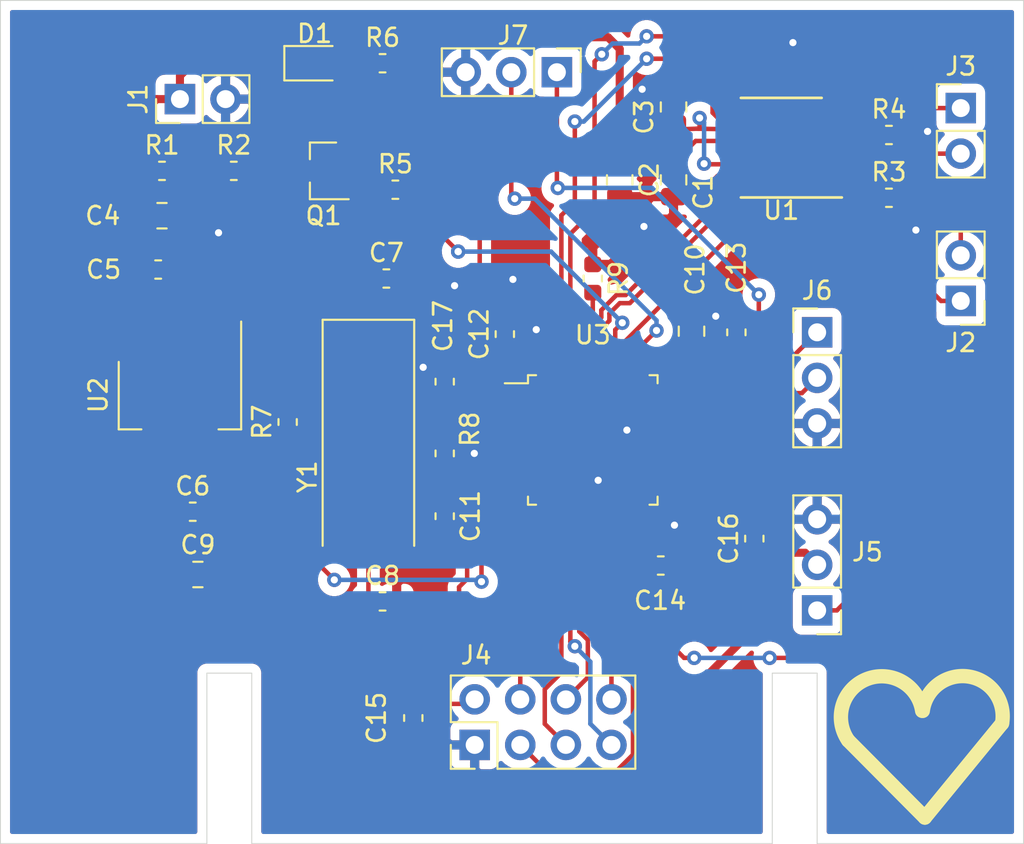
<source format=kicad_pcb>
(kicad_pcb (version 20171130) (host pcbnew 5.1.5-52549c5~84~ubuntu18.04.1)
  (layers (0 F.Cu signal) (31 B.Cu signal) (34 B.Paste user) (35 F.Paste user) (36 B.SilkS user) (37 F.SilkS user) (38 B.Mask user hide) (39 F.Mask user hide) (44 Edge.Cuts user))
  (net 0 "")
  (net 1 GND)
  (net 2 +BATT)
  (net 3 "Net-(C3-Pad1)")
  (net 4 +3V3)
  (net 5 "Net-(C7-Pad1)")
  (net 6 "Net-(C8-Pad1)")
  (net 7 "Net-(D1-Pad2)")
  (net 8 "Net-(J2-Pad2)")
  (net 9 "Net-(J2-Pad1)")
  (net 10 "Net-(J3-Pad2)")
  (net 11 "Net-(J3-Pad1)")
  (net 12 /IRQ)
  (net 13 /MISO)
  (net 14 /MOSI)
  (net 15 /SCK)
  (net 16 /CSN)
  (net 17 /CE)
  (net 18 "Net-(J5-Pad1)")
  (net 19 /UART_TX)
  (net 20 /UART_RX)
  (net 21 "Net-(J7-Pad2)")
  (net 22 "Net-(J7-Pad1)")
  (net 23 "Net-(Q1-Pad3)")
  (net 24 "Net-(Q1-Pad1)")
  (net 25 /BAT_ADC)
  (net 26 "Net-(R3-Pad1)")
  (net 27 "Net-(R4-Pad1)")
  (net 28 "Net-(R5-Pad2)")
  (net 29 "Net-(R6-Pad2)")
  (net 30 "Net-(U1-Pad16)")
  (net 31 "Net-(U1-Pad15)")
  (net 32 "Net-(U1-Pad10)")
  (net 33 "Net-(U1-Pad9)")
  (net 34 "Net-(C17-Pad1)")
  (net 35 "Net-(R9-Pad2)")
  (net 36 "Net-(U1-Pad8)")
  (net 37 "Net-(U1-Pad1)")
  (module Resistor_SMD:R_0603_1608Metric (layer F.Cu) (at 153 95.5 270)
    (fp_text reference R9 (at 0 -1.43 90) (layer F.SilkS))
    (fp_text value 10k)
    (pad 2 smd roundrect (at 0.7875 0 270) (size 0.875 0.95) (layers F.Cu F.Paste F.Mask) (net 35 "Net-(R9-Pad2)"))
    (pad 1 smd roundrect (at -0.7875 0 270) (size 0.875 0.95) (layers F.Cu F.Paste F.Mask) (net 1 GND))
  )
  (module Resistor_SMD:R_0603_1608Metric (layer F.Cu) (at 144.75 105.25 90)
    (fp_text reference R8 (at 1.35 1.4 90) (layer F.SilkS))
    (fp_text value 10k)
    (pad 2 smd roundrect (at 0.7875 0 90) (size 0.875 0.95) (layers F.Cu F.Paste F.Mask) (net 34 "Net-(C17-Pad1)"))
    (pad 1 smd roundrect (at -0.7875 0 90) (size 0.875 0.95) (layers F.Cu F.Paste F.Mask) (net 4 +3V3))
  )
  (module Capacitor_SMD:C_0603_1608Metric (layer F.Cu) (at 144.75 101.25 90)
    (fp_text reference C17 (at 3.1 -0.1 90) (layer F.SilkS))
    (fp_text value 100n)
    (pad 2 smd roundrect (at 0.7875 0 90) (size 0.875 0.95) (layers F.Cu F.Paste F.Mask) (net 1 GND))
    (pad 1 smd roundrect (at -0.7875 0 90) (size 0.875 0.95) (layers F.Cu F.Paste F.Mask) (net 34 "Net-(C17-Pad1)"))
  )
  (module Crystal:Crystal_SMD_HC49-SD (layer F.Cu) (at 140.5 104.5 270)
    (fp_text reference Y1 (at 2.05 3.4 90) (layer F.SilkS))
    (fp_text value 8M)
    (pad 2 smd rect (at 4.25 0 270) (size 4.5 2) (layers F.Cu F.Paste F.Mask) (net 6 "Net-(C8-Pad1)"))
    (pad 1 smd rect (at -4.25 0 270) (size 4.5 2) (layers F.Cu F.Paste F.Mask) (net 5 "Net-(C7-Pad1)"))
  )
  (module Package_QFP:LQFP-48_7x7mm_P0.5mm (layer F.Cu) (at 153 104.5)
    (fp_text reference U3 (at 0 -5.85) (layer F.SilkS))
    (fp_text value STM32F103C8Tx)
    (pad 48 smd roundrect (at -2.75 -4.1625) (size 0.3 1.475) (layers F.Cu F.Paste F.Mask) (net 4 +3V3))
    (pad 47 smd roundrect (at -2.25 -4.1625) (size 0.3 1.475) (layers F.Cu F.Paste F.Mask) (net 1 GND))
    (pad 46 smd roundrect (at -1.75 -4.1625) (size 0.3 1.475) (layers F.Cu F.Paste F.Mask) (net 32 "Net-(U1-Pad10)"))
    (pad 45 smd roundrect (at -1.25 -4.1625) (size 0.3 1.475) (layers F.Cu F.Paste F.Mask) (net 33 "Net-(U1-Pad9)"))
    (pad 44 smd roundrect (at -0.75 -4.1625) (size 0.3 1.475) (layers F.Cu F.Paste F.Mask) (net 35 "Net-(R9-Pad2)"))
    (pad 43 smd roundrect (at -0.25 -4.1625) (size 0.3 1.475) (layers F.Cu F.Paste F.Mask) (net 31 "Net-(U1-Pad15)"))
    (pad 42 smd roundrect (at 0.25 -4.1625) (size 0.3 1.475) (layers F.Cu F.Paste F.Mask) (net 30 "Net-(U1-Pad16)"))
    (pad 41 smd roundrect (at 0.75 -4.1625) (size 0.3 1.475) (layers F.Cu F.Paste F.Mask))
    (pad 40 smd roundrect (at 1.25 -4.1625) (size 0.3 1.475) (layers F.Cu F.Paste F.Mask) (net 28 "Net-(R5-Pad2)"))
    (pad 39 smd roundrect (at 1.75 -4.1625) (size 0.3 1.475) (layers F.Cu F.Paste F.Mask) (net 37 "Net-(U1-Pad1)"))
    (pad 38 smd roundrect (at 2.25 -4.1625) (size 0.3 1.475) (layers F.Cu F.Paste F.Mask))
    (pad 37 smd roundrect (at 2.75 -4.1625) (size 0.3 1.475) (layers F.Cu F.Paste F.Mask) (net 21 "Net-(J7-Pad2)"))
    (pad 36 smd roundrect (at 4.1625 -2.75) (size 1.475 0.3) (layers F.Cu F.Paste F.Mask) (net 4 +3V3))
    (pad 35 smd roundrect (at 4.1625 -2.25) (size 1.475 0.3) (layers F.Cu F.Paste F.Mask) (net 1 GND))
    (pad 34 smd roundrect (at 4.1625 -1.75) (size 1.475 0.3) (layers F.Cu F.Paste F.Mask) (net 22 "Net-(J7-Pad1)"))
    (pad 33 smd roundrect (at 4.1625 -1.25) (size 1.475 0.3) (layers F.Cu F.Paste F.Mask))
    (pad 32 smd roundrect (at 4.1625 -0.75) (size 1.475 0.3) (layers F.Cu F.Paste F.Mask))
    (pad 31 smd roundrect (at 4.1625 -0.25) (size 1.475 0.3) (layers F.Cu F.Paste F.Mask) (net 20 /UART_RX))
    (pad 30 smd roundrect (at 4.1625 0.25) (size 1.475 0.3) (layers F.Cu F.Paste F.Mask) (net 19 /UART_TX))
    (pad 29 smd roundrect (at 4.1625 0.75) (size 1.475 0.3) (layers F.Cu F.Paste F.Mask) (net 18 "Net-(J5-Pad1)"))
    (pad 28 smd roundrect (at 4.1625 1.25) (size 1.475 0.3) (layers F.Cu F.Paste F.Mask))
    (pad 27 smd roundrect (at 4.1625 1.75) (size 1.475 0.3) (layers F.Cu F.Paste F.Mask))
    (pad 26 smd roundrect (at 4.1625 2.25) (size 1.475 0.3) (layers F.Cu F.Paste F.Mask))
    (pad 25 smd roundrect (at 4.1625 2.75) (size 1.475 0.3) (layers F.Cu F.Paste F.Mask))
    (pad 24 smd roundrect (at 2.75 4.1625) (size 0.3 1.475) (layers F.Cu F.Paste F.Mask) (net 4 +3V3))
    (pad 23 smd roundrect (at 2.25 4.1625) (size 0.3 1.475) (layers F.Cu F.Paste F.Mask) (net 1 GND))
    (pad 22 smd roundrect (at 1.75 4.1625) (size 0.3 1.475) (layers F.Cu F.Paste F.Mask))
    (pad 21 smd roundrect (at 1.25 4.1625) (size 0.3 1.475) (layers F.Cu F.Paste F.Mask))
    (pad 20 smd roundrect (at 0.75 4.1625) (size 0.3 1.475) (layers F.Cu F.Paste F.Mask) (net 36 "Net-(U1-Pad8)"))
    (pad 19 smd roundrect (at 0.25 4.1625) (size 0.3 1.475) (layers F.Cu F.Paste F.Mask) (net 17 /CE))
    (pad 18 smd roundrect (at -0.25 4.1625) (size 0.3 1.475) (layers F.Cu F.Paste F.Mask) (net 12 /IRQ))
    (pad 17 smd roundrect (at -0.75 4.1625) (size 0.3 1.475) (layers F.Cu F.Paste F.Mask) (net 14 /MOSI))
    (pad 16 smd roundrect (at -1.25 4.1625) (size 0.3 1.475) (layers F.Cu F.Paste F.Mask) (net 13 /MISO))
    (pad 15 smd roundrect (at -1.75 4.1625) (size 0.3 1.475) (layers F.Cu F.Paste F.Mask) (net 15 /SCK))
    (pad 14 smd roundrect (at -2.25 4.1625) (size 0.3 1.475) (layers F.Cu F.Paste F.Mask) (net 16 /CSN))
    (pad 13 smd roundrect (at -2.75 4.1625) (size 0.3 1.475) (layers F.Cu F.Paste F.Mask))
    (pad 12 smd roundrect (at -4.1625 2.75) (size 1.475 0.3) (layers F.Cu F.Paste F.Mask))
    (pad 11 smd roundrect (at -4.1625 2.25) (size 1.475 0.3) (layers F.Cu F.Paste F.Mask))
    (pad 10 smd roundrect (at -4.1625 1.75) (size 1.475 0.3) (layers F.Cu F.Paste F.Mask) (net 25 /BAT_ADC))
    (pad 9 smd roundrect (at -4.1625 1.25) (size 1.475 0.3) (layers F.Cu F.Paste F.Mask) (net 4 +3V3))
    (pad 8 smd roundrect (at -4.1625 0.75) (size 1.475 0.3) (layers F.Cu F.Paste F.Mask) (net 1 GND))
    (pad 7 smd roundrect (at -4.1625 0.25) (size 1.475 0.3) (layers F.Cu F.Paste F.Mask) (net 34 "Net-(C17-Pad1)"))
    (pad 6 smd roundrect (at -4.1625 -0.25) (size 1.475 0.3) (layers F.Cu F.Paste F.Mask))
    (pad 5 smd roundrect (at -4.1625 -0.75) (size 1.475 0.3) (layers F.Cu F.Paste F.Mask))
    (pad 4 smd roundrect (at -4.1625 -1.25) (size 1.475 0.3) (layers F.Cu F.Paste F.Mask) (net 6 "Net-(C8-Pad1)"))
    (pad 3 smd roundrect (at -4.1625 -1.75) (size 1.475 0.3) (layers F.Cu F.Paste F.Mask) (net 5 "Net-(C7-Pad1)"))
    (pad 2 smd roundrect (at -4.1625 -2.25) (size 1.475 0.3) (layers F.Cu F.Paste F.Mask) (net 29 "Net-(R6-Pad2)"))
    (pad 1 smd roundrect (at -4.1625 -2.75) (size 1.475 0.3) (layers F.Cu F.Paste F.Mask))
  )
  (module Package_TO_SOT_SMD:SOT-223-3_TabPin2 (layer F.Cu) (at 130 102 270)
    (fp_text reference U2 (at 0 4.55 90) (layer F.SilkS))
    (fp_text value NCP1117-3.3_SOT223)
    (pad 1 smd rect (at -3.15 -2.3 270) (size 2 1.5) (layers F.Cu F.Paste F.Mask) (net 1 GND))
    (pad 3 smd rect (at -3.15 2.3 270) (size 2 1.5) (layers F.Cu F.Paste F.Mask) (net 2 +BATT))
    (pad 2 smd rect (at -3.15 0 270) (size 2 1.5) (layers F.Cu F.Paste F.Mask) (net 4 +3V3))
    (pad 2 smd rect (at 3.15 0 270) (size 2 3.8) (layers F.Cu F.Paste F.Mask) (net 4 +3V3))
  )
  (module Package_SO:TSSOP-16-1EP_4.4x5mm_P0.65mm (layer F.Cu) (at 163.5 88.1575 180)
    (fp_text reference U1 (at 0 -3.55) (layer F.SilkS))
    (fp_text value DRV8848)
    (pad 17 smd rect (at -0.735 -1.3425 180) (size 1.47 0.895) (layers F.Cu F.Paste F.Mask) (net 1 GND))
    (pad 17 smd rect (at -0.735 -0.4475 180) (size 1.47 0.895) (layers F.Cu F.Paste F.Mask) (net 1 GND))
    (pad 17 smd rect (at -0.735 0.4475 180) (size 1.47 0.895) (layers F.Cu F.Paste F.Mask) (net 1 GND))
    (pad 17 smd rect (at -0.735 1.3425 180) (size 1.47 0.895) (layers F.Cu F.Paste F.Mask) (net 1 GND))
    (pad 17 smd rect (at 0.735 -1.3425 180) (size 1.47 0.895) (layers F.Cu F.Paste F.Mask) (net 1 GND))
    (pad 17 smd rect (at 0.735 -0.4475 180) (size 1.47 0.895) (layers F.Cu F.Paste F.Mask) (net 1 GND))
    (pad 17 smd rect (at 0.735 0.4475 180) (size 1.47 0.895) (layers F.Cu F.Paste F.Mask) (net 1 GND))
    (pad 17 smd rect (at 0.735 1.3425 180) (size 1.47 0.895) (layers F.Cu F.Paste F.Mask) (net 1 GND))
    (pad 16 smd rect (at 2.775 -2.275 180) (size 1.05 0.45) (layers F.Cu F.Paste F.Mask) (net 30 "Net-(U1-Pad16)"))
    (pad 15 smd rect (at 2.775 -1.625 180) (size 1.05 0.45) (layers F.Cu F.Paste F.Mask) (net 31 "Net-(U1-Pad15)"))
    (pad 14 smd rect (at 2.775 -0.975 180) (size 1.05 0.45) (layers F.Cu F.Paste F.Mask) (net 3 "Net-(C3-Pad1)"))
    (pad 13 smd rect (at 2.775 -0.325 180) (size 1.05 0.45) (layers F.Cu F.Paste F.Mask) (net 1 GND))
    (pad 12 smd rect (at 2.775 0.325 180) (size 1.05 0.45) (layers F.Cu F.Paste F.Mask) (net 2 +BATT))
    (pad 11 smd rect (at 2.775 0.975 180) (size 1.05 0.45) (layers F.Cu F.Paste F.Mask) (net 3 "Net-(C3-Pad1)"))
    (pad 10 smd rect (at 2.775 1.625 180) (size 1.05 0.45) (layers F.Cu F.Paste F.Mask) (net 32 "Net-(U1-Pad10)"))
    (pad 9 smd rect (at 2.775 2.275 180) (size 1.05 0.45) (layers F.Cu F.Paste F.Mask) (net 33 "Net-(U1-Pad9)"))
    (pad 8 smd rect (at -2.775 2.275 180) (size 1.05 0.45) (layers F.Cu F.Paste F.Mask) (net 36 "Net-(U1-Pad8)"))
    (pad 7 smd rect (at -2.775 1.625 180) (size 1.05 0.45) (layers F.Cu F.Paste F.Mask) (net 11 "Net-(J3-Pad1)"))
    (pad 6 smd rect (at -2.775 0.975 180) (size 1.05 0.45) (layers F.Cu F.Paste F.Mask) (net 27 "Net-(R4-Pad1)"))
    (pad 5 smd rect (at -2.775 0.325 180) (size 1.05 0.45) (layers F.Cu F.Paste F.Mask) (net 10 "Net-(J3-Pad2)"))
    (pad 4 smd rect (at -2.775 -0.325 180) (size 1.05 0.45) (layers F.Cu F.Paste F.Mask) (net 8 "Net-(J2-Pad2)"))
    (pad 3 smd rect (at -2.775 -0.975 180) (size 1.05 0.45) (layers F.Cu F.Paste F.Mask) (net 26 "Net-(R3-Pad1)"))
    (pad 2 smd rect (at -2.775 -1.625 180) (size 1.05 0.45) (layers F.Cu F.Paste F.Mask) (net 9 "Net-(J2-Pad1)"))
    (pad 1 smd rect (at -2.775 -2.275 180) (size 1.05 0.45) (layers F.Cu F.Paste F.Mask) (net 37 "Net-(U1-Pad1)"))
  )
  (module Resistor_SMD:R_0603_1608Metric (layer F.Cu) (at 136 103.5 90)
    (fp_text reference R7 (at 0 -1.43 90) (layer F.SilkS))
    (fp_text value 1M)
    (pad 2 smd roundrect (at 0.7875 0 90) (size 0.875 0.95) (layers F.Cu F.Paste F.Mask) (net 5 "Net-(C7-Pad1)"))
    (pad 1 smd roundrect (at -0.7875 0 90) (size 0.875 0.95) (layers F.Cu F.Paste F.Mask) (net 6 "Net-(C8-Pad1)"))
  )
  (module Resistor_SMD:R_0603_1608Metric (layer F.Cu) (at 141.2875 83.5)
    (fp_text reference R6 (at 0 -1.43) (layer F.SilkS))
    (fp_text value 120)
    (pad 2 smd roundrect (at 0.7875 0) (size 0.875 0.95) (layers F.Cu F.Paste F.Mask) (net 29 "Net-(R6-Pad2)"))
    (pad 1 smd roundrect (at -0.7875 0) (size 0.875 0.95) (layers F.Cu F.Paste F.Mask) (net 7 "Net-(D1-Pad2)"))
  )
  (module Resistor_SMD:R_0603_1608Metric (layer F.Cu) (at 142 90.55)
    (fp_text reference R5 (at 0 -1.43) (layer F.SilkS))
    (fp_text value 51)
    (pad 2 smd roundrect (at 0.7875 0) (size 0.875 0.95) (layers F.Cu F.Paste F.Mask) (net 28 "Net-(R5-Pad2)"))
    (pad 1 smd roundrect (at -0.7875 0) (size 0.875 0.95) (layers F.Cu F.Paste F.Mask) (net 24 "Net-(Q1-Pad1)"))
  )
  (module Resistor_SMD:R_0603_1608Metric (layer F.Cu) (at 169.5 87.5)
    (fp_text reference R4 (at 0 -1.43) (layer F.SilkS))
    (fp_text value 500m)
    (pad 2 smd roundrect (at 0.7875 0) (size 0.875 0.95) (layers F.Cu F.Paste F.Mask) (net 1 GND))
    (pad 1 smd roundrect (at -0.7875 0) (size 0.875 0.95) (layers F.Cu F.Paste F.Mask) (net 27 "Net-(R4-Pad1)"))
  )
  (module Resistor_SMD:R_0603_1608Metric (layer F.Cu) (at 169.5 91)
    (fp_text reference R3 (at 0 -1.43) (layer F.SilkS))
    (fp_text value 500m)
    (pad 2 smd roundrect (at 0.7875 0) (size 0.875 0.95) (layers F.Cu F.Paste F.Mask) (net 1 GND))
    (pad 1 smd roundrect (at -0.7875 0) (size 0.875 0.95) (layers F.Cu F.Paste F.Mask) (net 26 "Net-(R3-Pad1)"))
  )
  (module Resistor_SMD:R_0603_1608Metric (layer F.Cu) (at 133 89.5)
    (fp_text reference R2 (at 0 -1.43) (layer F.SilkS))
    (fp_text value 10k)
    (pad 2 smd roundrect (at 0.7875 0) (size 0.875 0.95) (layers F.Cu F.Paste F.Mask) (net 23 "Net-(Q1-Pad3)"))
    (pad 1 smd roundrect (at -0.7875 0) (size 0.875 0.95) (layers F.Cu F.Paste F.Mask) (net 25 /BAT_ADC))
  )
  (module Resistor_SMD:R_0603_1608Metric (layer F.Cu) (at 129 89.5)
    (fp_text reference R1 (at 0 -1.43) (layer F.SilkS))
    (fp_text value 13k)
    (pad 2 smd roundrect (at 0.7875 0) (size 0.875 0.95) (layers F.Cu F.Paste F.Mask) (net 25 /BAT_ADC))
    (pad 1 smd roundrect (at -0.7875 0) (size 0.875 0.95) (layers F.Cu F.Paste F.Mask) (net 2 +BATT))
  )
  (module Package_TO_SOT_SMD:SOT-23 (layer F.Cu) (at 138 89.5 180)
    (fp_text reference Q1 (at 0 -2.5) (layer F.SilkS))
    (fp_text value BSS138)
    (pad 3 smd rect (at 1 0 180) (size 0.9 0.8) (layers F.Cu F.Paste F.Mask) (net 23 "Net-(Q1-Pad3)"))
    (pad 2 smd rect (at -1 0.95 180) (size 0.9 0.8) (layers F.Cu F.Paste F.Mask) (net 1 GND))
    (pad 1 smd rect (at -1 -0.95 180) (size 0.9 0.8) (layers F.Cu F.Paste F.Mask) (net 24 "Net-(Q1-Pad1)"))
  )
  (module Connector_PinHeader_2.54mm:PinHeader_1x03_P2.54mm_Vertical (layer F.Cu) (at 151 84 270)
    (fp_text reference J7 (at -2.05 2.45 180) (layer F.SilkS))
    (fp_text value SWD)
    (pad 3 thru_hole oval (at 0 5.08 270) (size 1.7 1.7) (drill 1) (layers *.Cu *.Mask) (net 1 GND))
    (pad 2 thru_hole oval (at 0 2.54 270) (size 1.7 1.7) (drill 1) (layers *.Cu *.Mask) (net 21 "Net-(J7-Pad2)"))
    (pad 1 thru_hole rect (at 0 0 270) (size 1.7 1.7) (drill 1) (layers *.Cu *.Mask) (net 22 "Net-(J7-Pad1)"))
  )
  (module Connector_PinHeader_2.54mm:PinHeader_1x03_P2.54mm_Vertical (layer F.Cu) (at 165.5 98.5)
    (fp_text reference J6 (at 0 -2.33) (layer F.SilkS))
    (fp_text value UART)
    (pad 3 thru_hole oval (at 0 5.08) (size 1.7 1.7) (drill 1) (layers *.Cu *.Mask) (net 1 GND))
    (pad 2 thru_hole oval (at 0 2.54) (size 1.7 1.7) (drill 1) (layers *.Cu *.Mask) (net 19 /UART_TX))
    (pad 1 thru_hole rect (at 0 0) (size 1.7 1.7) (drill 1) (layers *.Cu *.Mask) (net 20 /UART_RX))
  )
  (module Connector_PinHeader_2.54mm:PinHeader_1x03_P2.54mm_Vertical (layer F.Cu) (at 165.5 114 180)
    (fp_text reference J5 (at -2.8 3.25) (layer F.SilkS))
    (fp_text value Servo)
    (pad 3 thru_hole oval (at 0 5.08 180) (size 1.7 1.7) (drill 1) (layers *.Cu *.Mask) (net 1 GND))
    (pad 2 thru_hole oval (at 0 2.54 180) (size 1.7 1.7) (drill 1) (layers *.Cu *.Mask) (net 2 +BATT))
    (pad 1 thru_hole rect (at 0 0 180) (size 1.7 1.7) (drill 1) (layers *.Cu *.Mask) (net 18 "Net-(J5-Pad1)"))
  )
  (module Connector_PinHeader_2.54mm:PinHeader_2x04_P2.54mm_Vertical (layer F.Cu) (at 146.42 121.5 90)
    (fp_text reference J4 (at 5 0.08 180) (layer F.SilkS))
    (fp_text value NRF24L)
    (pad 8 thru_hole oval (at 2.54 7.62 90) (size 1.7 1.7) (drill 1) (layers *.Cu *.Mask) (net 12 /IRQ))
    (pad 7 thru_hole oval (at 0 7.62 90) (size 1.7 1.7) (drill 1) (layers *.Cu *.Mask) (net 13 /MISO))
    (pad 6 thru_hole oval (at 2.54 5.08 90) (size 1.7 1.7) (drill 1) (layers *.Cu *.Mask) (net 14 /MOSI))
    (pad 5 thru_hole oval (at 0 5.08 90) (size 1.7 1.7) (drill 1) (layers *.Cu *.Mask) (net 15 /SCK))
    (pad 4 thru_hole oval (at 2.54 2.54 90) (size 1.7 1.7) (drill 1) (layers *.Cu *.Mask) (net 16 /CSN))
    (pad 3 thru_hole oval (at 0 2.54 90) (size 1.7 1.7) (drill 1) (layers *.Cu *.Mask) (net 17 /CE))
    (pad 2 thru_hole oval (at 2.54 0 90) (size 1.7 1.7) (drill 1) (layers *.Cu *.Mask) (net 4 +3V3))
    (pad 1 thru_hole rect (at 0 0 90) (size 1.7 1.7) (drill 1) (layers *.Cu *.Mask) (net 1 GND))
  )
  (module Connector_PinHeader_2.54mm:PinHeader_1x02_P2.54mm_Vertical (layer F.Cu) (at 173.5 86)
    (fp_text reference J3 (at 0 -2.33) (layer F.SilkS))
    (fp_text value MOT2)
    (pad 2 thru_hole oval (at 0 2.54) (size 1.7 1.7) (drill 1) (layers *.Cu *.Mask) (net 10 "Net-(J3-Pad2)"))
    (pad 1 thru_hole rect (at 0 0) (size 1.7 1.7) (drill 1) (layers *.Cu *.Mask) (net 11 "Net-(J3-Pad1)"))
  )
  (module Connector_PinHeader_2.54mm:PinHeader_1x02_P2.54mm_Vertical (layer F.Cu) (at 173.5 96.75 180)
    (fp_text reference J2 (at 0 -2.33) (layer F.SilkS))
    (fp_text value MOT1)
    (pad 2 thru_hole oval (at 0 2.54 180) (size 1.7 1.7) (drill 1) (layers *.Cu *.Mask) (net 8 "Net-(J2-Pad2)"))
    (pad 1 thru_hole rect (at 0 0 180) (size 1.7 1.7) (drill 1) (layers *.Cu *.Mask) (net 9 "Net-(J2-Pad1)"))
  )
  (module Connector_PinHeader_2.54mm:PinHeader_1x02_P2.54mm_Vertical (layer F.Cu) (at 130 85.5 90)
    (fp_text reference J1 (at 0 -2.33 90) (layer F.SilkS))
    (fp_text value Battery)
    (pad 2 thru_hole oval (at 0 2.54 90) (size 1.7 1.7) (drill 1) (layers *.Cu *.Mask) (net 1 GND))
    (pad 1 thru_hole rect (at 0 0 90) (size 1.7 1.7) (drill 1) (layers *.Cu *.Mask) (net 2 +BATT))
  )
  (module Diode_SMD:D_0805_2012Metric (layer F.Cu) (at 137.5 83.5)
    (fp_text reference D1 (at 0 -1.65) (layer F.SilkS))
    (fp_text value LED)
    (pad 2 smd roundrect (at 0.9375 0) (size 0.975 1.4) (layers F.Cu F.Paste F.Mask) (net 7 "Net-(D1-Pad2)"))
    (pad 1 smd roundrect (at -0.9375 0) (size 0.975 1.4) (layers F.Cu F.Paste F.Mask) (net 1 GND))
  )
  (module Capacitor_SMD:C_0603_1608Metric (layer F.Cu) (at 162 110 90)
    (fp_text reference C16 (at 0 -1.43 90) (layer F.SilkS))
    (fp_text value 100n)
    (pad 2 smd roundrect (at 0.7875 0 90) (size 0.875 0.95) (layers F.Cu F.Paste F.Mask) (net 1 GND))
    (pad 1 smd roundrect (at -0.7875 0 90) (size 0.875 0.95) (layers F.Cu F.Paste F.Mask) (net 2 +BATT))
  )
  (module Capacitor_SMD:C_0603_1608Metric (layer F.Cu) (at 143 120 270)
    (fp_text reference C15 (at 0 2.05 90) (layer F.SilkS))
    (fp_text value 100n)
    (pad 2 smd roundrect (at 0.7875 0 270) (size 0.875 0.95) (layers F.Cu F.Paste F.Mask) (net 1 GND))
    (pad 1 smd roundrect (at -0.7875 0 270) (size 0.875 0.95) (layers F.Cu F.Paste F.Mask) (net 4 +3V3))
  )
  (module Capacitor_SMD:C_0603_1608Metric (layer F.Cu) (at 156.7875 111.5)
    (fp_text reference C14 (at -0.0375 1.95) (layer F.SilkS))
    (fp_text value 100n)
    (pad 2 smd roundrect (at 0.7875 0) (size 0.875 0.95) (layers F.Cu F.Paste F.Mask) (net 1 GND))
    (pad 1 smd roundrect (at -0.7875 0) (size 0.875 0.95) (layers F.Cu F.Paste F.Mask) (net 4 +3V3))
  )
  (module Capacitor_SMD:C_0603_1608Metric (layer F.Cu) (at 161 98.5 90)
    (fp_text reference C13 (at 3.6 0 90) (layer F.SilkS))
    (fp_text value 100n)
    (pad 2 smd roundrect (at 0.7875 0 90) (size 0.875 0.95) (layers F.Cu F.Paste F.Mask) (net 1 GND))
    (pad 1 smd roundrect (at -0.7875 0 90) (size 0.875 0.95) (layers F.Cu F.Paste F.Mask) (net 4 +3V3))
  )
  (module Capacitor_SMD:C_0603_1608Metric (layer F.Cu) (at 148.1 98.6 90)
    (fp_text reference C12 (at 0 -1.43 90) (layer F.SilkS))
    (fp_text value 100n)
    (pad 2 smd roundrect (at 0.7875 0 90) (size 0.875 0.95) (layers F.Cu F.Paste F.Mask) (net 1 GND))
    (pad 1 smd roundrect (at -0.7875 0 90) (size 0.875 0.95) (layers F.Cu F.Paste F.Mask) (net 4 +3V3))
  )
  (module Capacitor_SMD:C_0603_1608Metric (layer F.Cu) (at 144.75 108.75 270)
    (fp_text reference C11 (at 0 -1.43 90) (layer F.SilkS))
    (fp_text value 100n)
    (pad 2 smd roundrect (at 0.7875 0 270) (size 0.875 0.95) (layers F.Cu F.Paste F.Mask) (net 1 GND))
    (pad 1 smd roundrect (at -0.7875 0 270) (size 0.875 0.95) (layers F.Cu F.Paste F.Mask) (net 4 +3V3))
  )
  (module Capacitor_SMD:C_0805_2012Metric (layer F.Cu) (at 158.5 98.4375 90)
    (fp_text reference C10 (at 3.4375 0.2 90) (layer F.SilkS))
    (fp_text value 10u/10V)
    (pad 2 smd roundrect (at 0.9375 0 90) (size 0.975 1.4) (layers F.Cu F.Paste F.Mask) (net 1 GND))
    (pad 1 smd roundrect (at -0.9375 0 90) (size 0.975 1.4) (layers F.Cu F.Paste F.Mask) (net 4 +3V3))
  )
  (module Capacitor_SMD:C_0805_2012Metric (layer F.Cu) (at 131 112)
    (fp_text reference C9 (at 0 -1.65) (layer F.SilkS))
    (fp_text value 10u/10V)
    (pad 2 smd roundrect (at 0.9375 0) (size 0.975 1.4) (layers F.Cu F.Paste F.Mask) (net 1 GND))
    (pad 1 smd roundrect (at -0.9375 0) (size 0.975 1.4) (layers F.Cu F.Paste F.Mask) (net 4 +3V3))
  )
  (module Capacitor_SMD:C_0603_1608Metric (layer F.Cu) (at 141.2875 113.5)
    (fp_text reference C8 (at 0 -1.43) (layer F.SilkS))
    (fp_text value 20p)
    (pad 2 smd roundrect (at 0.7875 0) (size 0.875 0.95) (layers F.Cu F.Paste F.Mask) (net 1 GND))
    (pad 1 smd roundrect (at -0.7875 0) (size 0.875 0.95) (layers F.Cu F.Paste F.Mask) (net 6 "Net-(C8-Pad1)"))
  )
  (module Capacitor_SMD:C_0603_1608Metric (layer F.Cu) (at 141.5 95.5)
    (fp_text reference C7 (at 0 -1.43) (layer F.SilkS))
    (fp_text value 20p)
    (pad 2 smd roundrect (at 0.7875 0) (size 0.875 0.95) (layers F.Cu F.Paste F.Mask) (net 1 GND))
    (pad 1 smd roundrect (at -0.7875 0) (size 0.875 0.95) (layers F.Cu F.Paste F.Mask) (net 5 "Net-(C7-Pad1)"))
  )
  (module Capacitor_SMD:C_0603_1608Metric (layer F.Cu) (at 130.7125 108.5)
    (fp_text reference C6 (at 0 -1.43) (layer F.SilkS))
    (fp_text value 100n)
    (pad 2 smd roundrect (at 0.7875 0) (size 0.875 0.95) (layers F.Cu F.Paste F.Mask) (net 1 GND))
    (pad 1 smd roundrect (at -0.7875 0) (size 0.875 0.95) (layers F.Cu F.Paste F.Mask) (net 4 +3V3))
  )
  (module Capacitor_SMD:C_0603_1608Metric (layer F.Cu) (at 128.7875 95)
    (fp_text reference C5 (at -3.0375 0) (layer F.SilkS))
    (fp_text value 100n)
    (pad 2 smd roundrect (at 0.7875 0) (size 0.875 0.95) (layers F.Cu F.Paste F.Mask) (net 1 GND))
    (pad 1 smd roundrect (at -0.7875 0) (size 0.875 0.95) (layers F.Cu F.Paste F.Mask) (net 2 +BATT))
  )
  (module Capacitor_SMD:C_0805_2012Metric (layer F.Cu) (at 129 92)
    (fp_text reference C4 (at -3.3 0) (layer F.SilkS))
    (fp_text value 10u/25V)
    (pad 2 smd roundrect (at 0.9375 0) (size 0.975 1.4) (layers F.Cu F.Paste F.Mask) (net 1 GND))
    (pad 1 smd roundrect (at -0.9375 0) (size 0.975 1.4) (layers F.Cu F.Paste F.Mask) (net 2 +BATT))
  )
  (module Capacitor_SMD:C_0805_2012Metric (layer F.Cu) (at 157.5 85.9375 90)
    (fp_text reference C3 (at -0.5625 -1.65 90) (layer F.SilkS))
    (fp_text value 2.2u/6.3V)
    (pad 2 smd roundrect (at 0.9375 0 90) (size 0.975 1.4) (layers F.Cu F.Paste F.Mask) (net 1 GND))
    (pad 1 smd roundrect (at -0.9375 0 90) (size 0.975 1.4) (layers F.Cu F.Paste F.Mask) (net 3 "Net-(C3-Pad1)"))
  )
  (module Capacitor_SMD:C_0805_2012Metric (layer F.Cu) (at 154.5 90 270)
    (fp_text reference C2 (at 0 -1.65 90) (layer F.SilkS))
    (fp_text value 10u/10V)
    (pad 2 smd roundrect (at 0.9375 0 270) (size 0.975 1.4) (layers F.Cu F.Paste F.Mask) (net 1 GND))
    (pad 1 smd roundrect (at -0.9375 0 270) (size 0.975 1.4) (layers F.Cu F.Paste F.Mask) (net 2 +BATT))
  )
  (module Capacitor_SMD:C_0805_2012Metric (layer F.Cu) (at 157.5 90 270)
    (fp_text reference C1 (at 0.7 -1.65 90) (layer F.SilkS))
    (fp_text value 100n)
    (pad 2 smd roundrect (at 0.9375 0 270) (size 0.975 1.4) (layers F.Cu F.Paste F.Mask) (net 1 GND))
    (pad 1 smd roundrect (at -0.9375 0 270) (size 0.975 1.4) (layers F.Cu F.Paste F.Mask) (net 2 +BATT))
  )
  (gr_line (start 171.5 125.55) (end 175.8 120.3) (layer F.SilkS) (width 0.8))
  (gr_line (start 167.232608 121.253015) (end 171.5 125.55) (layer F.SilkS) (width 0.8))
  (gr_arc (start 173.6 119.9) (end 175.8 120.3) (angle -182.6) (layer F.SilkS) (width 0.8))
  (gr_arc (start 169.1 119.95) (end 171.35 119.6) (angle -206.1) (layer F.SilkS) (width 0.8))
  (gr_line (start 134 127) (end 163 127) (layer Edge.Cuts) (width 0.05))
  (gr_line (start 163 117.5) (end 163 127) (layer Edge.Cuts) (width 0.05))
  (gr_line (start 165.5 117.5) (end 163 117.5) (layer Edge.Cuts) (width 0.05))
  (gr_line (start 165.5 127) (end 165.5 117.5) (layer Edge.Cuts) (width 0.05))
  (gr_line (start 177 127) (end 165.5 127) (layer Edge.Cuts) (width 0.05))
  (gr_line (start 134 117.5) (end 134 127) (layer Edge.Cuts) (width 0.05))
  (gr_line (start 131.5 117.5) (end 134 117.5) (layer Edge.Cuts) (width 0.05))
  (gr_line (start 131.5 127) (end 131.5 117.5) (layer Edge.Cuts) (width 0.05))
  (gr_line (start 120 127) (end 131.5 127) (layer Edge.Cuts) (width 0.05))
  (gr_line (start 177 80) (end 120 80) (layer Edge.Cuts) (width 0.05))
  (gr_line (start 177 127) (end 177 80) (layer Edge.Cuts) (width 0.05))
  (gr_line (start 120 80) (end 120 127) (layer Edge.Cuts) (width 0.05))
  (via (at 132.15 92.95) (size 0.8) (drill 0.4) (layers F.Cu B.Cu) (net 1))
  (via (at 164.15 82.35) (size 0.8) (drill 0.4) (layers F.Cu B.Cu) (net 1))
  (via (at 145.3 95.9) (size 0.8) (drill 0.4) (layers F.Cu B.Cu) (net 1))
  (via (at 148.55 95.55) (size 0.8) (drill 0.4) (layers F.Cu B.Cu) (net 1))
  (via (at 157.55 109.25) (size 0.8) (drill 0.4) (layers F.Cu B.Cu) (net 1))
  (via (at 171 92.8) (size 0.8) (drill 0.4) (layers F.Cu B.Cu) (net 1))
  (via (at 155.85 92.6) (size 0.8) (drill 0.4) (layers F.Cu B.Cu) (net 1))
  (via (at 155.75 84.95) (size 0.8) (drill 0.4) (layers F.Cu B.Cu) (net 1))
  (via (at 171.65 87.3) (size 0.8) (drill 0.4) (layers F.Cu B.Cu) (net 1))
  (segment (start 155.25 107.859298) (end 154.140702 106.75) (width 0.25) (layer F.Cu) (net 1))
  (segment (start 153.865685 106.75) (end 153.3 106.75) (width 0.25) (layer F.Cu) (net 1))
  (via (at 153.3 106.75) (size 0.8) (drill 0.4) (layers F.Cu B.Cu) (net 1))
  (segment (start 154.140702 106.75) (end 153.865685 106.75) (width 0.25) (layer F.Cu) (net 1))
  (segment (start 155.25 108.6625) (end 155.25 107.859298) (width 0.25) (layer F.Cu) (net 1))
  (via (at 146.4 105.25) (size 0.8) (drill 0.4) (layers F.Cu B.Cu) (net 1))
  (segment (start 146.4 105.25) (end 148.8375 105.25) (width 0.25) (layer F.Cu) (net 1))
  (via (at 159.85 97.6) (size 0.8) (drill 0.4) (layers F.Cu B.Cu) (net 1))
  (segment (start 162.6425 88.4825) (end 162.765 88.605) (width 0.25) (layer F.Cu) (net 1))
  (segment (start 160.725 88.4825) (end 162.6425 88.4825) (width 0.25) (layer F.Cu) (net 1))
  (segment (start 164.235 89.5) (end 164.235 88.605) (width 0.25) (layer F.Cu) (net 1))
  (via (at 154.9 103.95) (size 0.8) (drill 0.4) (layers F.Cu B.Cu) (net 1))
  (segment (start 156.034315 102.25) (end 154.9 103.384315) (width 0.25) (layer F.Cu) (net 1))
  (segment (start 157.1625 102.25) (end 156.034315 102.25) (width 0.25) (layer F.Cu) (net 1))
  (segment (start 154.9 103.384315) (end 154.9 103.95) (width 0.25) (layer F.Cu) (net 1))
  (segment (start 144.75 100.4625) (end 143.5625 100.4625) (width 0.25) (layer F.Cu) (net 1))
  (via (at 143.55 100.45) (size 0.8) (drill 0.4) (layers F.Cu B.Cu) (net 1))
  (segment (start 143.5625 100.4625) (end 143.55 100.45) (width 0.25) (layer F.Cu) (net 1))
  (via (at 149.850008 98.35) (size 0.8) (drill 0.4) (layers F.Cu B.Cu) (net 1))
  (segment (start 150.75 99.249992) (end 149.850008 98.35) (width 0.25) (layer F.Cu) (net 1))
  (segment (start 150.75 100.3375) (end 150.75 99.249992) (width 0.25) (layer F.Cu) (net 1))
  (segment (start 128.2125 89.025) (end 128.2125 89.5) (width 0.45) (layer F.Cu) (net 2))
  (segment (start 128.2125 85.9875) (end 128.2125 89.025) (width 0.45) (layer F.Cu) (net 2))
  (segment (start 128.7 85.5) (end 128.2125 85.9875) (width 0.45) (layer F.Cu) (net 2))
  (segment (start 130 85.5) (end 128.7 85.5) (width 0.45) (layer F.Cu) (net 2))
  (segment (start 128.2125 91.85) (end 128.0625 92) (width 0.45) (layer F.Cu) (net 2))
  (segment (start 128.2125 89.5) (end 128.2125 91.85) (width 0.45) (layer F.Cu) (net 2))
  (segment (start 128.0625 94.9375) (end 128 95) (width 0.45) (layer F.Cu) (net 2))
  (segment (start 128.0625 92) (end 128.0625 94.9375) (width 0.45) (layer F.Cu) (net 2))
  (segment (start 128 98.55) (end 127.7 98.85) (width 0.45) (layer F.Cu) (net 2))
  (segment (start 128 95) (end 128 98.55) (width 0.45) (layer F.Cu) (net 2))
  (segment (start 154.5 89.0625) (end 157.5 89.0625) (width 0.45) (layer F.Cu) (net 2))
  (segment (start 158.73 87.8325) (end 157.5 89.0625) (width 0.25) (layer F.Cu) (net 2))
  (segment (start 160.99 87.8325) (end 158.73 87.8325) (width 0.25) (layer F.Cu) (net 2))
  (segment (start 164.8275 110.7875) (end 165.5 111.46) (width 0.45) (layer F.Cu) (net 2))
  (segment (start 162 110.7875) (end 164.8275 110.7875) (width 0.45) (layer F.Cu) (net 2))
  (segment (start 153.85 82.05) (end 154.5 82.7) (width 0.45) (layer F.Cu) (net 2))
  (segment (start 132.15 82.05) (end 153.85 82.05) (width 0.45) (layer F.Cu) (net 2))
  (segment (start 130 85.5) (end 130 84.2) (width 0.45) (layer F.Cu) (net 2))
  (segment (start 154.5 82.7) (end 154.5 89.0625) (width 0.45) (layer F.Cu) (net 2))
  (segment (start 130 84.2) (end 132.15 82.05) (width 0.45) (layer F.Cu) (net 2))
  (segment (start 162 115) (end 162 110.7875) (width 0.45) (layer F.Cu) (net 2))
  (segment (start 159 118) (end 162 115) (width 0.45) (layer F.Cu) (net 2))
  (segment (start 156.3 124.7) (end 159 122) (width 0.45) (layer F.Cu) (net 2))
  (segment (start 143.9 124.7) (end 156.3 124.7) (width 0.45) (layer F.Cu) (net 2))
  (segment (start 135.1 115.9) (end 143.9 124.7) (width 0.45) (layer F.Cu) (net 2))
  (segment (start 159 122) (end 159 118) (width 0.45) (layer F.Cu) (net 2))
  (segment (start 129.15 113.8) (end 130.6 113.8) (width 0.45) (layer F.Cu) (net 2))
  (segment (start 127.7 100.3) (end 127.674999 100.325001) (width 0.45) (layer F.Cu) (net 2))
  (segment (start 127.7 98.85) (end 127.7 100.3) (width 0.45) (layer F.Cu) (net 2))
  (segment (start 132.7 115.9) (end 135.1 115.9) (width 0.45) (layer F.Cu) (net 2))
  (segment (start 127.674999 100.325001) (end 127.674999 112.525001) (width 0.45) (layer F.Cu) (net 2))
  (segment (start 127.674999 112.525001) (end 129.15 113.8) (width 0.45) (layer F.Cu) (net 2))
  (segment (start 130.6 113.8) (end 132.7 115.9) (width 0.45) (layer F.Cu) (net 2))
  (segment (start 157.8075 87.1825) (end 157.5 86.875) (width 0.25) (layer F.Cu) (net 3))
  (via (at 159.2 89.1) (size 0.8) (drill 0.4) (layers F.Cu B.Cu) (net 3))
  (segment (start 160.725 89.1325) (end 159.2325 89.1325) (width 0.25) (layer F.Cu) (net 3))
  (segment (start 159.2325 89.1325) (end 159.2 89.1) (width 0.25) (layer F.Cu) (net 3))
  (segment (start 159.2 89.1) (end 159.2 86.8) (width 0.25) (layer B.Cu) (net 3))
  (via (at 158.95 86.55) (size 0.8) (drill 0.4) (layers F.Cu B.Cu) (net 3))
  (segment (start 159.2 86.8) (end 158.95 86.55) (width 0.25) (layer B.Cu) (net 3))
  (segment (start 158.915685 87.15) (end 158.8 87.15) (width 0.25) (layer F.Cu) (net 3))
  (segment (start 158.95 86.55) (end 158.95 87.115685) (width 0.25) (layer F.Cu) (net 3))
  (segment (start 158.95 87.115685) (end 158.915685 87.15) (width 0.25) (layer F.Cu) (net 3))
  (segment (start 160.725 87.1825) (end 158.8 87.15) (width 0.25) (layer F.Cu) (net 3))
  (segment (start 158.8 87.15) (end 157.8075 87.1825) (width 0.25) (layer F.Cu) (net 3))
  (segment (start 130 108.425) (end 129.925 108.5) (width 0.25) (layer F.Cu) (net 4))
  (segment (start 130 105.15) (end 130 108.425) (width 0.25) (layer F.Cu) (net 4))
  (segment (start 129.925 111.8625) (end 130.0625 112) (width 0.25) (layer F.Cu) (net 4))
  (segment (start 129.925 108.5) (end 129.925 111.8625) (width 0.25) (layer F.Cu) (net 4))
  (segment (start 146.1675 119.2125) (end 146.42 118.96) (width 0.25) (layer F.Cu) (net 4))
  (segment (start 143 119.2125) (end 146.1675 119.2125) (width 0.25) (layer F.Cu) (net 4))
  (segment (start 155.75 111.25) (end 156 111.5) (width 0.25) (layer F.Cu) (net 4))
  (segment (start 155.75 108.6625) (end 155.75 111.25) (width 0.25) (layer F.Cu) (net 4))
  (segment (start 144.75 106.0375) (end 144.75 107.9625) (width 0.25) (layer F.Cu) (net 4))
  (segment (start 146 108.25) (end 146 112.25) (width 0.25) (layer F.Cu) (net 4))
  (segment (start 146 112.25) (end 145.55001 112.69999) (width 0.25) (layer F.Cu) (net 4))
  (segment (start 145.7125 107.9625) (end 146 108.25) (width 0.25) (layer F.Cu) (net 4))
  (segment (start 144.75 107.9625) (end 145.7125 107.9625) (width 0.25) (layer F.Cu) (net 4))
  (segment (start 157.1625 101.75) (end 157.1625 101.0875) (width 0.25) (layer F.Cu) (net 4))
  (segment (start 157.1625 101.0875) (end 157.5 100.75) (width 0.25) (layer F.Cu) (net 4))
  (segment (start 157.5 100.75) (end 158.25 100.75) (width 0.25) (layer F.Cu) (net 4))
  (segment (start 158.5 100.5) (end 158.5 99.375) (width 0.25) (layer F.Cu) (net 4))
  (segment (start 158.25 100.75) (end 158.5 100.5) (width 0.25) (layer F.Cu) (net 4))
  (segment (start 160.9125 99.375) (end 161 99.2875) (width 0.25) (layer F.Cu) (net 4))
  (segment (start 158.5 99.375) (end 160.9125 99.375) (width 0.25) (layer F.Cu) (net 4))
  (segment (start 130 100.1) (end 130 105.15) (width 0.25) (layer F.Cu) (net 4))
  (segment (start 130 98.85) (end 130 100.1) (width 0.25) (layer F.Cu) (net 4))
  (segment (start 157.1625 101.75) (end 155.2 101.75) (width 0.25) (layer F.Cu) (net 4))
  (segment (start 148.1 100.15) (end 148.1 99.3875) (width 0.25) (layer F.Cu) (net 4))
  (segment (start 150.25 100.3375) (end 148.2875 100.3375) (width 0.25) (layer F.Cu) (net 4))
  (segment (start 148.2875 100.3375) (end 148.1 100.15) (width 0.25) (layer F.Cu) (net 4))
  (segment (start 155.75 108.6625) (end 155.75 107.1) (width 0.25) (layer F.Cu) (net 4))
  (segment (start 155.75 107.1) (end 153.5 104.85) (width 0.25) (layer F.Cu) (net 4))
  (segment (start 153.5 103.45) (end 155.2 101.75) (width 0.25) (layer F.Cu) (net 4))
  (segment (start 153.5 104.85) (end 153.5 103.45) (width 0.25) (layer F.Cu) (net 4))
  (segment (start 152.85 104.85) (end 153.5 104.85) (width 0.25) (layer F.Cu) (net 4))
  (segment (start 148.8375 105.75) (end 151.95 105.75) (width 0.25) (layer F.Cu) (net 4))
  (segment (start 151.95 105.75) (end 152.85 104.85) (width 0.25) (layer F.Cu) (net 4))
  (segment (start 150.25 101.075) (end 150.25 100.3375) (width 0.25) (layer F.Cu) (net 4))
  (segment (start 150.25 101.140702) (end 150.25 101.075) (width 0.25) (layer F.Cu) (net 4))
  (segment (start 152.559298 103.45) (end 150.25 101.140702) (width 0.25) (layer F.Cu) (net 4))
  (segment (start 153.5 103.45) (end 152.559298 103.45) (width 0.25) (layer F.Cu) (net 4))
  (segment (start 148.1 105.75) (end 148.8375 105.75) (width 0.25) (layer F.Cu) (net 4))
  (segment (start 147.897887 105.75) (end 148.1 105.75) (width 0.25) (layer F.Cu) (net 4))
  (segment (start 147.610387 106.0375) (end 147.897887 105.75) (width 0.25) (layer F.Cu) (net 4))
  (segment (start 144.75 106.0375) (end 147.610387 106.0375) (width 0.25) (layer F.Cu) (net 4))
  (segment (start 143 117.85) (end 143 119.2125) (width 0.25) (layer F.Cu) (net 4))
  (segment (start 140.099989 114.949989) (end 143 117.85) (width 0.25) (layer F.Cu) (net 4))
  (segment (start 130.0625 112) (end 133.012489 114.949989) (width 0.25) (layer F.Cu) (net 4))
  (segment (start 133.012489 114.949989) (end 140.099989 114.949989) (width 0.25) (layer F.Cu) (net 4))
  (segment (start 145.55001 112.69999) (end 145.55001 115.29999) (width 0.25) (layer F.Cu) (net 4))
  (segment (start 145.55001 115.29999) (end 143 117.85) (width 0.25) (layer F.Cu) (net 4))
  (segment (start 140.7125 100.0375) (end 140.5 100.25) (width 0.25) (layer F.Cu) (net 5))
  (segment (start 140.7125 95.5) (end 140.7125 100.0375) (width 0.25) (layer F.Cu) (net 5))
  (segment (start 141.75 100.25) (end 143.45 98.55) (width 0.25) (layer F.Cu) (net 5))
  (segment (start 146.25 99.35) (end 146.25 101.636411) (width 0.25) (layer F.Cu) (net 5))
  (segment (start 147.363589 102.75) (end 148.8375 102.75) (width 0.25) (layer F.Cu) (net 5))
  (segment (start 146.25 101.636411) (end 147.363589 102.75) (width 0.25) (layer F.Cu) (net 5))
  (segment (start 140.5 100.25) (end 141.75 100.25) (width 0.25) (layer F.Cu) (net 5))
  (segment (start 143.45 98.55) (end 145.45 98.55) (width 0.25) (layer F.Cu) (net 5))
  (segment (start 145.45 98.55) (end 146.25 99.35) (width 0.25) (layer F.Cu) (net 5))
  (segment (start 136 101.25) (end 136 102.7125) (width 0.25) (layer F.Cu) (net 5))
  (segment (start 140.5 100.25) (end 137 100.25) (width 0.25) (layer F.Cu) (net 5))
  (segment (start 137 100.25) (end 136 101.25) (width 0.25) (layer F.Cu) (net 5))
  (segment (start 140.5 111.25) (end 140.5 113.5) (width 0.25) (layer F.Cu) (net 6))
  (segment (start 140.5 108.75) (end 140.5 111.25) (width 0.25) (layer F.Cu) (net 6))
  (segment (start 141.75 108.75) (end 140.5 108.75) (width 0.25) (layer F.Cu) (net 6))
  (segment (start 142.75 107.75) (end 141.75 108.75) (width 0.25) (layer F.Cu) (net 6))
  (segment (start 147.227178 103.25) (end 145.75 101.772822) (width 0.25) (layer F.Cu) (net 6))
  (segment (start 148.8375 103.25) (end 147.227178 103.25) (width 0.25) (layer F.Cu) (net 6))
  (segment (start 145.75 101.772822) (end 145.75 99.75) (width 0.25) (layer F.Cu) (net 6))
  (segment (start 145.25 99.25) (end 143.5 99.25) (width 0.25) (layer F.Cu) (net 6))
  (segment (start 145.75 99.75) (end 145.25 99.25) (width 0.25) (layer F.Cu) (net 6))
  (segment (start 142.75 100) (end 142.75 107.75) (width 0.25) (layer F.Cu) (net 6))
  (segment (start 143.5 99.25) (end 142.75 100) (width 0.25) (layer F.Cu) (net 6))
  (segment (start 140.5 106.25) (end 140.5 108.75) (width 0.25) (layer F.Cu) (net 6))
  (segment (start 138.5375 104.2875) (end 140.5 106.25) (width 0.25) (layer F.Cu) (net 6))
  (segment (start 136 104.2875) (end 138.5375 104.2875) (width 0.25) (layer F.Cu) (net 6))
  (segment (start 138.4375 83.5) (end 140.5 83.5) (width 0.25) (layer F.Cu) (net 7))
  (segment (start 173.5 92.25) (end 173.5 94.21) (width 0.25) (layer F.Cu) (net 8))
  (segment (start 168.0675 89.5) (end 170.75 89.5) (width 0.25) (layer F.Cu) (net 8))
  (segment (start 166.275 88.4825) (end 167.05 88.4825) (width 0.25) (layer F.Cu) (net 8))
  (segment (start 170.75 89.5) (end 173.5 92.25) (width 0.25) (layer F.Cu) (net 8))
  (segment (start 167.05 88.4825) (end 168.0675 89.5) (width 0.25) (layer F.Cu) (net 8))
  (segment (start 167.05 89.7825) (end 167.5 90.2325) (width 0.25) (layer F.Cu) (net 9))
  (segment (start 166.275 89.7825) (end 167.05 89.7825) (width 0.25) (layer F.Cu) (net 9))
  (segment (start 172.4 96.75) (end 173.5 96.75) (width 0.25) (layer F.Cu) (net 9))
  (segment (start 167.5 91.85) (end 172.4 96.75) (width 0.25) (layer F.Cu) (net 9))
  (segment (start 167.5 90.2325) (end 167.5 91.85) (width 0.25) (layer F.Cu) (net 9))
  (segment (start 166.275 87.8325) (end 167.3325 87.8325) (width 0.25) (layer F.Cu) (net 10))
  (segment (start 168.04 88.54) (end 173.5 88.54) (width 0.25) (layer F.Cu) (net 10))
  (segment (start 167.3325 87.8325) (end 168.04 88.54) (width 0.25) (layer F.Cu) (net 10))
  (segment (start 168.4675 86.5325) (end 166.275 86.5325) (width 0.25) (layer F.Cu) (net 11))
  (segment (start 169.25 86) (end 168.4675 86.5325) (width 0.25) (layer F.Cu) (net 11))
  (segment (start 173.5 86) (end 169.25 86) (width 0.25) (layer F.Cu) (net 11))
  (segment (start 154.04 116.330587) (end 152.75 115.040587) (width 0.25) (layer F.Cu) (net 12))
  (segment (start 152.75 115.040587) (end 152.75 109.4) (width 0.25) (layer F.Cu) (net 12))
  (segment (start 152.75 109.4) (end 152.75 108.6625) (width 0.25) (layer F.Cu) (net 12))
  (segment (start 154.04 118.96) (end 154.04 116.330587) (width 0.25) (layer F.Cu) (net 12))
  (segment (start 152.864999 120.324999) (end 152.864999 116.864999) (width 0.25) (layer B.Cu) (net 13))
  (segment (start 154.04 121.5) (end 152.864999 120.324999) (width 0.25) (layer B.Cu) (net 13))
  (via (at 152 116) (size 0.8) (drill 0.4) (layers F.Cu B.Cu) (net 13))
  (segment (start 152.864999 116.864999) (end 152 116) (width 0.25) (layer B.Cu) (net 13))
  (segment (start 151.75 115.75) (end 151.75 108.6625) (width 0.25) (layer F.Cu) (net 13))
  (segment (start 152 116) (end 151.75 115.75) (width 0.25) (layer F.Cu) (net 13))
  (segment (start 152.25 108.6625) (end 152.25 115.176998) (width 0.25) (layer F.Cu) (net 14))
  (segment (start 152.25 115.176998) (end 152.725001 115.651999) (width 0.25) (layer F.Cu) (net 14))
  (segment (start 152.349999 118.110001) (end 151.5 118.96) (width 0.25) (layer F.Cu) (net 14))
  (segment (start 152.725001 115.651999) (end 152.725001 117.734999) (width 0.25) (layer F.Cu) (net 14))
  (segment (start 152.725001 117.734999) (end 152.349999 118.110001) (width 0.25) (layer F.Cu) (net 14))
  (segment (start 150.650001 120.650001) (end 151.5 121.5) (width 0.25) (layer F.Cu) (net 15))
  (segment (start 150.324999 120.324999) (end 150.650001 120.650001) (width 0.25) (layer F.Cu) (net 15))
  (segment (start 150.324999 118.395999) (end 150.324999 120.324999) (width 0.25) (layer F.Cu) (net 15))
  (segment (start 151.25 117.470998) (end 150.324999 118.395999) (width 0.25) (layer F.Cu) (net 15))
  (segment (start 151.25 108.6625) (end 151.25 117.470998) (width 0.25) (layer F.Cu) (net 15))
  (segment (start 150.75 108.6625) (end 150.75 110.25) (width 0.25) (layer F.Cu) (net 16))
  (segment (start 148.96 112.04) (end 148.96 118.96) (width 0.25) (layer F.Cu) (net 16))
  (segment (start 150.75 110.25) (end 148.96 112.04) (width 0.25) (layer F.Cu) (net 16))
  (segment (start 155.23749 116.73749) (end 153.25 114.75) (width 0.25) (layer F.Cu) (net 17))
  (segment (start 148.96 121.5) (end 150.135001 122.675001) (width 0.25) (layer F.Cu) (net 17))
  (segment (start 150.135001 122.675001) (end 150.175001 122.675001) (width 0.25) (layer F.Cu) (net 17))
  (segment (start 150.175001 122.675001) (end 150.5 123) (width 0.25) (layer F.Cu) (net 17))
  (segment (start 150.5 123) (end 154.279002 123) (width 0.25) (layer F.Cu) (net 17))
  (segment (start 154.279002 123) (end 155.23749 122.041512) (width 0.25) (layer F.Cu) (net 17))
  (segment (start 153.25 114.75) (end 153.25 108.6625) (width 0.25) (layer F.Cu) (net 17))
  (segment (start 155.23749 122.041512) (end 155.23749 116.73749) (width 0.25) (layer F.Cu) (net 17))
  (segment (start 166.6 114) (end 168 112.6) (width 0.25) (layer F.Cu) (net 18))
  (segment (start 165.5 114) (end 166.6 114) (width 0.25) (layer F.Cu) (net 18))
  (segment (start 168 112.6) (end 168 107) (width 0.25) (layer F.Cu) (net 18))
  (segment (start 168 107) (end 167 106) (width 0.25) (layer F.Cu) (net 18))
  (segment (start 167 106) (end 163 106) (width 0.25) (layer F.Cu) (net 18))
  (segment (start 162.25 105.25) (end 157.1625 105.25) (width 0.25) (layer F.Cu) (net 18))
  (segment (start 163 106) (end 162.25 105.25) (width 0.25) (layer F.Cu) (net 18))
  (segment (start 164.650001 101.889999) (end 163.610001 101.889999) (width 0.25) (layer F.Cu) (net 19))
  (segment (start 165.5 101.04) (end 164.650001 101.889999) (width 0.25) (layer F.Cu) (net 19))
  (segment (start 160.75 104.75) (end 157.1625 104.75) (width 0.25) (layer F.Cu) (net 19))
  (segment (start 163.610001 101.889999) (end 160.75 104.75) (width 0.25) (layer F.Cu) (net 19))
  (segment (start 165.5 98.5) (end 159.75 104.25) (width 0.25) (layer F.Cu) (net 20))
  (segment (start 157.9 104.25) (end 157.1625 104.25) (width 0.25) (layer F.Cu) (net 20))
  (segment (start 159.75 104.25) (end 157.9 104.25) (width 0.25) (layer F.Cu) (net 20))
  (segment (start 148.46 84) (end 148.46 90.86) (width 0.25) (layer F.Cu) (net 21))
  (segment (start 148.46 90.86) (end 148.65 91.05) (width 0.25) (layer F.Cu) (net 21))
  (via (at 148.65 91.05) (size 0.8) (drill 0.4) (layers F.Cu B.Cu) (net 21))
  (via (at 156.55 98.4) (size 0.8) (drill 0.4) (layers F.Cu B.Cu) (net 21))
  (segment (start 149.765685 91.05) (end 156.55 97.834315) (width 0.25) (layer B.Cu) (net 21))
  (segment (start 155.75 100.3375) (end 155.75 99.2) (width 0.25) (layer F.Cu) (net 21))
  (segment (start 155.75 99.2) (end 156.55 98.4) (width 0.25) (layer F.Cu) (net 21))
  (segment (start 148.65 91.05) (end 149.765685 91.05) (width 0.25) (layer B.Cu) (net 21))
  (segment (start 156.55 97.834315) (end 156.55 98.4) (width 0.25) (layer B.Cu) (net 21))
  (via (at 151.05 90.45) (size 0.8) (drill 0.4) (layers F.Cu B.Cu) (net 22))
  (segment (start 151 84) (end 151 90.4) (width 0.25) (layer F.Cu) (net 22))
  (segment (start 151 90.4) (end 151.05 90.45) (width 0.25) (layer F.Cu) (net 22))
  (segment (start 161.850001 96.000001) (end 162.25 96.4) (width 0.25) (layer B.Cu) (net 22))
  (segment (start 151.05 90.45) (end 156.3 90.45) (width 0.25) (layer B.Cu) (net 22))
  (segment (start 162.25 96.965685) (end 162.25 96.4) (width 0.25) (layer F.Cu) (net 22))
  (segment (start 156.3 90.45) (end 161.850001 96.000001) (width 0.25) (layer B.Cu) (net 22))
  (via (at 162.25 96.4) (size 0.8) (drill 0.4) (layers F.Cu B.Cu) (net 22))
  (segment (start 162.25 100.15) (end 162.25 96.965685) (width 0.25) (layer F.Cu) (net 22))
  (segment (start 157.1625 102.75) (end 159.65 102.75) (width 0.25) (layer F.Cu) (net 22))
  (segment (start 159.65 102.75) (end 162.25 100.15) (width 0.25) (layer F.Cu) (net 22))
  (segment (start 134.225 89.5) (end 137 89.5) (width 0.25) (layer F.Cu) (net 23))
  (segment (start 133.7875 89.5) (end 134.225 89.5) (width 0.25) (layer F.Cu) (net 23))
  (segment (start 139.1 90.55) (end 139 90.45) (width 0.25) (layer F.Cu) (net 24))
  (segment (start 141.2125 90.55) (end 139.1 90.55) (width 0.25) (layer F.Cu) (net 24))
  (segment (start 129.7875 89.5) (end 132.2125 89.5) (width 0.25) (layer F.Cu) (net 25))
  (via (at 138.6 112.3) (size 0.8) (drill 0.4) (layers F.Cu B.Cu) (net 25))
  (via (at 146.8 112.4) (size 0.8) (drill 0.4) (layers F.Cu B.Cu) (net 25))
  (segment (start 138.6 112.3) (end 146.7 112.3) (width 0.25) (layer B.Cu) (net 25))
  (segment (start 146.7 112.3) (end 146.8 112.4) (width 0.25) (layer B.Cu) (net 25))
  (segment (start 148.1 106.25) (end 148.8375 106.25) (width 0.25) (layer F.Cu) (net 25))
  (segment (start 146.8 112.4) (end 146.8 107.484298) (width 0.25) (layer F.Cu) (net 25))
  (segment (start 148.034298 106.25) (end 148.1 106.25) (width 0.25) (layer F.Cu) (net 25))
  (segment (start 146.8 107.484298) (end 148.034298 106.25) (width 0.25) (layer F.Cu) (net 25))
  (segment (start 132.2125 90.7125) (end 134.55 93.05) (width 0.25) (layer F.Cu) (net 25))
  (segment (start 132.2125 89.5) (end 132.2125 90.7125) (width 0.25) (layer F.Cu) (net 25))
  (segment (start 134.65 108.35) (end 138.6 112.3) (width 0.25) (layer F.Cu) (net 25))
  (segment (start 134.55 108.25) (end 134.65 108.35) (width 0.25) (layer F.Cu) (net 25))
  (segment (start 134.55 93.05) (end 134.55 108.25) (width 0.25) (layer F.Cu) (net 25))
  (segment (start 167.05 89.1325) (end 168.7125 90.795) (width 0.25) (layer F.Cu) (net 26))
  (segment (start 168.7125 90.795) (end 168.7125 91) (width 0.25) (layer F.Cu) (net 26))
  (segment (start 166.275 89.1325) (end 167.05 89.1325) (width 0.25) (layer F.Cu) (net 26))
  (segment (start 168.7125 87.5) (end 168.275 87.5) (width 0.25) (layer F.Cu) (net 27))
  (segment (start 168.275 87.5) (end 167.9575 87.1825) (width 0.25) (layer F.Cu) (net 27))
  (segment (start 167.05 87.1825) (end 166.275 87.1825) (width 0.25) (layer F.Cu) (net 27))
  (segment (start 167.9575 87.1825) (end 167.05 87.1825) (width 0.25) (layer F.Cu) (net 27))
  (via (at 145.5 94) (size 0.8) (drill 0.4) (layers F.Cu B.Cu) (net 28))
  (via (at 145.5 94) (size 0.8) (drill 0.4) (layers F.Cu B.Cu) (net 28))
  (via (at 154.642632 97.967952) (size 0.8) (drill 0.4) (layers F.Cu B.Cu) (net 28))
  (segment (start 154.242633 97.567953) (end 154.642632 97.967952) (width 0.25) (layer B.Cu) (net 28))
  (segment (start 154.25 98.360584) (end 154.642632 97.967952) (width 0.25) (layer F.Cu) (net 28))
  (segment (start 150.67468 94) (end 154.242633 97.567953) (width 0.25) (layer B.Cu) (net 28))
  (segment (start 145.5 94) (end 150.67468 94) (width 0.25) (layer B.Cu) (net 28))
  (segment (start 154.25 100.3375) (end 154.25 98.360584) (width 0.25) (layer F.Cu) (net 28))
  (segment (start 142.7875 91.2875) (end 145.5 94) (width 0.25) (layer F.Cu) (net 28))
  (segment (start 142.7875 90.55) (end 142.7875 91.2875) (width 0.25) (layer F.Cu) (net 28))
  (segment (start 148.1 102.25) (end 148.8375 102.25) (width 0.25) (layer F.Cu) (net 29))
  (segment (start 146.7 101.45) (end 147.5 102.25) (width 0.25) (layer F.Cu) (net 29))
  (segment (start 146.7 87.6875) (end 146.7 101.45) (width 0.25) (layer F.Cu) (net 29))
  (segment (start 147.5 102.25) (end 148.1 102.25) (width 0.25) (layer F.Cu) (net 29))
  (segment (start 142.075 83.5) (end 142.5125 83.5) (width 0.25) (layer F.Cu) (net 29))
  (segment (start 142.5125 83.5) (end 146.7 87.6875) (width 0.25) (layer F.Cu) (net 29))
  (segment (start 153.25 98.526996) (end 153.924998 97.851998) (width 0.25) (layer F.Cu) (net 30))
  (segment (start 154.501998 96.874998) (end 155.062502 96.874998) (width 0.25) (layer F.Cu) (net 30))
  (segment (start 160.725 90.9075) (end 160.725 90.4325) (width 0.25) (layer F.Cu) (net 30))
  (segment (start 155.062502 96.874998) (end 160.725 91.2125) (width 0.25) (layer F.Cu) (net 30))
  (segment (start 153.25 100.3375) (end 153.25 98.526996) (width 0.25) (layer F.Cu) (net 30))
  (segment (start 153.924998 97.451998) (end 154.501998 96.874998) (width 0.25) (layer F.Cu) (net 30))
  (segment (start 160.725 91.2125) (end 160.725 90.9075) (width 0.25) (layer F.Cu) (net 30))
  (segment (start 153.924998 97.851998) (end 153.924998 97.451998) (width 0.25) (layer F.Cu) (net 30))
  (segment (start 159.25 90.4825) (end 159.25 92) (width 0.25) (layer F.Cu) (net 31))
  (segment (start 153.474987 97.265598) (end 153.474987 97.665598) (width 0.25) (layer F.Cu) (net 31))
  (segment (start 154.315598 96.424987) (end 153.474987 97.265598) (width 0.25) (layer F.Cu) (net 31))
  (segment (start 159.25 92) (end 154.825011 96.424987) (width 0.25) (layer F.Cu) (net 31))
  (segment (start 152.75 98.390585) (end 152.75 99.6) (width 0.25) (layer F.Cu) (net 31))
  (segment (start 159.95 89.7825) (end 159.25 90.4825) (width 0.25) (layer F.Cu) (net 31))
  (segment (start 152.75 99.6) (end 152.75 100.3375) (width 0.25) (layer F.Cu) (net 31))
  (segment (start 160.725 89.7825) (end 159.95 89.7825) (width 0.25) (layer F.Cu) (net 31))
  (segment (start 154.825011 96.424987) (end 154.315598 96.424987) (width 0.25) (layer F.Cu) (net 31))
  (segment (start 153.474987 97.665598) (end 152.75 98.390585) (width 0.25) (layer F.Cu) (net 31))
  (via (at 156 83.25) (size 0.8) (drill 0.4) (layers F.Cu B.Cu) (net 32))
  (segment (start 156 83.25) (end 152.5 86.75) (width 0.25) (layer B.Cu) (net 32))
  (via (at 152 86.75) (size 0.8) (drill 0.4) (layers F.Cu B.Cu) (net 32))
  (segment (start 152.5 86.75) (end 152 86.75) (width 0.25) (layer B.Cu) (net 32))
  (segment (start 152 91.227) (end 152 87.315685) (width 0.25) (layer F.Cu) (net 32))
  (segment (start 152 87.315685) (end 152 86.75) (width 0.25) (layer F.Cu) (net 32))
  (segment (start 151.25 100.3375) (end 151.25 91.977) (width 0.25) (layer F.Cu) (net 32))
  (segment (start 151.25 91.977) (end 152 91.227) (width 0.25) (layer F.Cu) (net 32))
  (segment (start 157.25435 83.25) (end 156.565685 83.25) (width 0.25) (layer F.Cu) (net 32))
  (segment (start 156.565685 83.25) (end 156 83.25) (width 0.25) (layer F.Cu) (net 32))
  (segment (start 159.675001 85.670651) (end 157.25435 83.25) (width 0.25) (layer F.Cu) (net 32))
  (segment (start 159.675001 86.257501) (end 159.675001 85.670651) (width 0.25) (layer F.Cu) (net 32))
  (segment (start 160.725 86.5325) (end 159.95 86.5325) (width 0.25) (layer F.Cu) (net 32))
  (segment (start 159.95 86.5325) (end 159.675001 86.257501) (width 0.25) (layer F.Cu) (net 32))
  (via (at 156 82) (size 0.8) (drill 0.4) (layers F.Cu B.Cu) (net 33))
  (segment (start 155.600001 82.399999) (end 154.100001 82.399999) (width 0.25) (layer B.Cu) (net 33))
  (segment (start 156 82) (end 155.600001 82.399999) (width 0.25) (layer B.Cu) (net 33))
  (via (at 153.5 83) (size 0.8) (drill 0.4) (layers F.Cu B.Cu) (net 33))
  (segment (start 154.100001 82.399999) (end 153.5 83) (width 0.25) (layer B.Cu) (net 33))
  (segment (start 151.75 99.534298) (end 151.75 99.6) (width 0.25) (layer F.Cu) (net 33))
  (segment (start 151.75 99.6) (end 151.75 100.3375) (width 0.25) (layer F.Cu) (net 33))
  (segment (start 151.75 100.3375) (end 151.75 93.009413) (width 0.25) (layer F.Cu) (net 33))
  (segment (start 151.75 93.009413) (end 153.100001 91.659412) (width 0.25) (layer F.Cu) (net 33))
  (segment (start 153.100001 91.659412) (end 153.100001 83.399999) (width 0.25) (layer F.Cu) (net 33))
  (segment (start 153.100001 83.399999) (end 153.5 83) (width 0.25) (layer F.Cu) (net 33))
  (segment (start 157.3 82) (end 156 82) (width 0.25) (layer F.Cu) (net 33))
  (segment (start 157.55 82) (end 157.3 82) (width 0.25) (layer F.Cu) (net 33))
  (segment (start 160.708196 85.158196) (end 157.55 82) (width 0.25) (layer F.Cu) (net 33))
  (segment (start 160.725 85.8825) (end 160.708196 85.558196) (width 0.25) (layer F.Cu) (net 33))
  (segment (start 160.708196 85.558196) (end 160.708196 85.158196) (width 0.25) (layer F.Cu) (net 33))
  (segment (start 144.75 102.0375) (end 144.75 104.4625) (width 0.25) (layer F.Cu) (net 34))
  (segment (start 148.8375 104.75) (end 147.75 104.75) (width 0.25) (layer F.Cu) (net 34))
  (segment (start 147.4625 104.4625) (end 144.75 104.4625) (width 0.25) (layer F.Cu) (net 34))
  (segment (start 147.75 104.75) (end 147.4625 104.4625) (width 0.25) (layer F.Cu) (net 34))
  (segment (start 153 96.5375) (end 153 97.5) (width 0.25) (layer F.Cu) (net 35))
  (segment (start 153 97.2875) (end 153 97.5) (width 0.25) (layer F.Cu) (net 35))
  (segment (start 152.25 99.6) (end 152.25 100.3375) (width 0.25) (layer F.Cu) (net 35))
  (segment (start 153 97.5) (end 152.25 98.25) (width 0.25) (layer F.Cu) (net 35))
  (segment (start 152.25 98.25) (end 152.25 99.6) (width 0.25) (layer F.Cu) (net 35))
  (via (at 162.85 116.65) (size 0.8) (drill 0.4) (layers F.Cu B.Cu) (net 36))
  (via (at 158.65 116.65) (size 0.8) (drill 0.4) (layers F.Cu B.Cu) (net 36))
  (segment (start 162.85 116.65) (end 158.65 116.65) (width 0.25) (layer B.Cu) (net 36))
  (segment (start 153.75 112.315685) (end 153.75 109.4) (width 0.25) (layer F.Cu) (net 36))
  (segment (start 158.084315 116.65) (end 153.75 112.315685) (width 0.25) (layer F.Cu) (net 36))
  (segment (start 153.75 109.4) (end 153.75 108.6625) (width 0.25) (layer F.Cu) (net 36))
  (segment (start 158.65 116.65) (end 158.084315 116.65) (width 0.25) (layer F.Cu) (net 36))
  (segment (start 166.275 85.8825) (end 166.275 85.4075) (width 0.25) (layer F.Cu) (net 36))
  (segment (start 167.8825 83.8) (end 174.7 83.8) (width 0.25) (layer F.Cu) (net 36))
  (segment (start 174.7 83.8) (end 175.55 84.65) (width 0.25) (layer F.Cu) (net 36))
  (segment (start 175.55 84.65) (end 175.55 109.1) (width 0.25) (layer F.Cu) (net 36))
  (segment (start 168 116.65) (end 162.85 116.65) (width 0.25) (layer F.Cu) (net 36))
  (segment (start 166.275 85.4075) (end 167.8825 83.8) (width 0.25) (layer F.Cu) (net 36))
  (segment (start 175.55 109.1) (end 168 116.65) (width 0.25) (layer F.Cu) (net 36))
  (segment (start 165.5 90.4325) (end 166.275 90.4325) (width 0.25) (layer F.Cu) (net 37))
  (segment (start 156.123495 97.674998) (end 163.3175 90.4325) (width 0.25) (layer F.Cu) (net 37))
  (segment (start 163.3175 90.4325) (end 165.5 90.4325) (width 0.25) (layer F.Cu) (net 37))
  (segment (start 156.123495 97.676505) (end 156.123495 97.674998) (width 0.25) (layer F.Cu) (net 37))
  (segment (start 154.75 100.3375) (end 154.75 99.05) (width 0.25) (layer F.Cu) (net 37))
  (segment (start 154.75 99.05) (end 156.123495 97.676505) (width 0.25) (layer F.Cu) (net 37))
  (zone (net 1) (net_name GND) (layer F.Cu) (connect_pads (clearance 0.508)) (min_thickness 0.254) (fill yes (arc_segments 32) (thermal_gap 0.508) (thermal_bridge_width 0.508))
    (polygon (pts (xy 177 127) (xy 120 127) (xy 120 80) (xy 177 80)))
  )
  (zone (net 1) (net_name GND) (layer B.Cu) (connect_pads (clearance 0.508)) (min_thickness 0.254) (fill yes (arc_segments 32) (thermal_gap 0.508) (thermal_bridge_width 0.508))
    (polygon (pts (xy 176.95 80.05) (xy 177 126.95) (xy 120.05 127) (xy 120 80)))
  )
)
</source>
